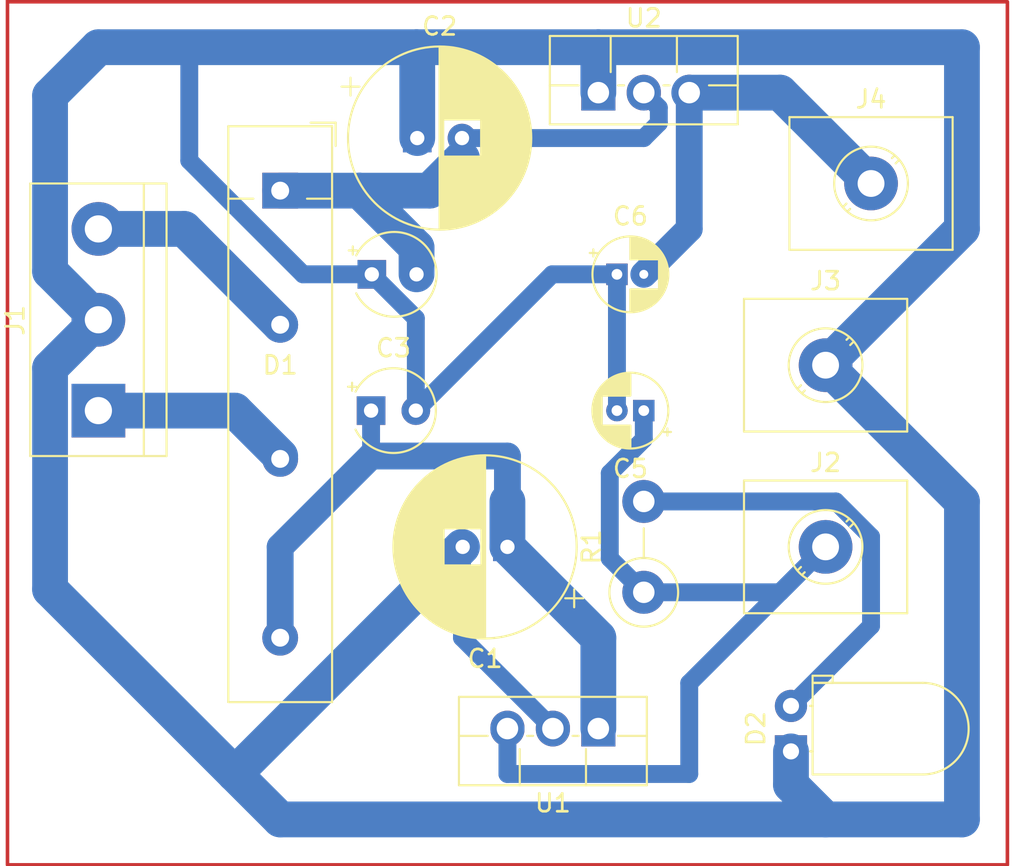
<source format=kicad_pcb>
(kicad_pcb (version 20221018) (generator pcbnew)
  (layers (0 "F.Cu" signal) (31 "B.Cu" signal) (34 "B.Paste" user) (35 "F.Paste" user) (36 "B.SilkS" user "B.Silkscreen") (37 "F.SilkS" user "F.Silkscreen") (38 "B.Mask" user) (39 "F.Mask" user) (44 "Edge.Cuts" user))
  (net 0 "")
  (net 1 "Net-(D1-+)")
  (net 2 "Net-(D1--)")
  (net 3 "+15V")
  (net 4 "-15V")
  (net 5 "Net-(J1-Pin_1)")
  (net 6 "Net-(D2-A)")
  (net 7 "GND")
  (net 8 "Net-(J1-Pin_3)")
  (footprint "Capacitor_THT:CP_Radial_D4.0mm_P1.50mm" (layer "F.Cu") (at 121.92 76.2 180)
    (fp_text reference "C5" (at 0.75 -3.25) (layer "F.SilkS"))
    (fp_text value "1uF")
    (pad "1" thru_hole rect (at 0 0 180) (size 1.2 1.2) (drill 0.6) (layers "*.Cu" "*.Mask") (net 3 "+15V"))
    (pad "2" thru_hole circle (at 1.5 0 180) (size 1.2 1.2) (drill 0.6) (layers "*.Cu" "*.Mask") (net 7 "GND"))
  )
  (footprint "Package_TO_SOT_THT:TO-220F-3_Vertical" (layer "F.Cu") (at 119.38 93.98 180)
    (fp_text reference "U1" (at 2.54 -4.1675) (layer "F.SilkS"))
    (fp_text value "uA7815")
    (pad "1" thru_hole rect (at 0 0 180) (size 1.905 2) (drill 1.2) (layers "*.Cu" "*.Mask") (net 1 "Net-(D1-+)"))
    (pad "2" thru_hole oval (at 2.54 0 180) (size 1.905 2) (drill 1.2) (layers "*.Cu" "*.Mask") (net 7 "GND"))
    (pad "3" thru_hole oval (at 5.08 0 180) (size 1.905 2) (drill 1.2) (layers "*.Cu" "*.Mask") (net 3 "+15V"))
  )
  (footprint "Capacitor_THT:CP_Radial_Tantal_D4.5mm_P2.50mm" (layer "F.Cu") (at 106.72 68.58)
    (fp_text reference "C4" hide)
    (fp_text value "100n")
    (pad "1" thru_hole rect (at 0 0) (size 1.6 1.6) (drill 0.8) (layers "*.Cu" "*.Mask") (net 7 "GND"))
    (pad "2" thru_hole circle (at 2.5 0) (size 1.6 1.6) (drill 0.8) (layers "*.Cu" "*.Mask") (net 2 "Net-(D1--)"))
  )
  (footprint "Capacitor_THT:CP_Radial_Tantal_D4.5mm_P2.50mm" (layer "F.Cu") (at 106.68 76.2)
    (fp_text reference "C3" (at 1.25 -3.5) (layer "F.SilkS"))
    (fp_text value "100n")
    (pad "1" thru_hole rect (at 0 0) (size 1.6 1.6) (drill 0.8) (layers "*.Cu" "*.Mask") (net 1 "Net-(D1-+)"))
    (pad "2" thru_hole circle (at 2.5 0) (size 1.6 1.6) (drill 0.8) (layers "*.Cu" "*.Mask") (net 7 "GND"))
  )
  (footprint "Capacitor_THT:CP_Radial_D10.0mm_P2.50mm" (layer "F.Cu") (at 114.3 83.82 180)
    (fp_text reference "C1" (at 1.25 -6.25) (layer "F.SilkS"))
    (fp_text value "470uF")
    (pad "1" thru_hole rect (at 0 0 180) (size 1.6 1.6) (drill 0.8) (layers "*.Cu" "*.Mask") (net 1 "Net-(D1-+)"))
    (pad "2" thru_hole circle (at 2.5 0 180) (size 1.6 1.6) (drill 0.8) (layers "*.Cu" "*.Mask") (net 7 "GND"))
  )
  (footprint "TerminalBlock:TerminalBlock_bornier-3_P5.08mm" (layer "F.Cu") (at 91.44 76.2 90)
    (fp_text reference "J1" (at 5.05 -4.65 90) (layer "F.SilkS"))
    (fp_text value "terminal 3 pines")
    (pad "1" thru_hole rect (at 0 0 90) (size 3 3) (drill 1.52) (layers "*.Cu" "*.Mask") (net 5 "Net-(J1-Pin_1)"))
    (pad "2" thru_hole circle (at 5.08 0 90) (size 3 3) (drill 1.52) (layers "*.Cu" "*.Mask") (net 7 "GND"))
    (pad "3" thru_hole circle (at 10.16 0 90) (size 3 3) (drill 1.52) (layers "*.Cu" "*.Mask") (net 8 "Net-(J1-Pin_3)"))
  )
  (footprint "TerminalBlock_MetzConnect:TerminalBlock_MetzConnect_360271_1x01_Horizontal_ScrewM3.0_Boxed" (layer "F.Cu") (at 132.08 83.82)
    (fp_text reference "J2" (at 0 -4.71) (layer "F.SilkS"))
    (fp_text value "Screw_Terminal_01x01")
    (pad "1" thru_hole circle (at 0 0) (size 3 3) (drill 1.5) (layers "*.Cu" "*.Mask") (net 3 "+15V"))
  )
  (footprint "TerminalBlock_MetzConnect:TerminalBlock_MetzConnect_360271_1x01_Horizontal_ScrewM3.0_Boxed" (layer "F.Cu") (at 132.08 73.66)
    (fp_text reference "J3" (at 0 -4.71) (layer "F.SilkS"))
    (fp_text value "Screw_Terminal_01x01")
    (pad "1" thru_hole circle (at 0 0) (size 3 3) (drill 1.5) (layers "*.Cu" "*.Mask") (net 7 "GND"))
  )
  (footprint "Resistor_THT:R_Axial_DIN0411_L9.9mm_D3.6mm_P5.08mm_Vertical" (layer "F.Cu") (at 121.92 86.36 90)
    (fp_text reference "R1" (at 2.54 -2.92 90) (layer "F.SilkS"))
    (fp_text value "220")
    (pad "1" thru_hole circle (at 0 0 90) (size 2.4 2.4) (drill 1.2) (layers "*.Cu" "*.Mask") (net 3 "+15V"))
    (pad "2" thru_hole oval (at 5.08 0 90) (size 2.4 2.4) (drill 1.2) (layers "*.Cu" "*.Mask") (net 6 "Net-(D2-A)"))
  )
  (footprint "LED_THT:LED_D5.0mm_Horizontal_O1.27mm_Z3.0mm" (layer "F.Cu") (at 130.145 95.255 90)
    (fp_text reference "D2" (at 1.27 -1.96 90) (layer "F.SilkS"))
    (fp_text value "LED")
    (pad "1" thru_hole rect (at 0 0 90) (size 1.8 1.8) (drill 0.9) (layers "*.Cu" "*.Mask") (net 7 "GND"))
    (pad "2" thru_hole circle (at 2.54 0 90) (size 1.8 1.8) (drill 0.9) (layers "*.Cu" "*.Mask") (net 6 "Net-(D2-A)"))
  )
  (footprint "Package_TO_SOT_THT:TO-220F-3_Vertical" (layer "F.Cu") (at 119.38 58.42)
    (fp_text reference "U2" (at 2.54 -4.1675) (layer "F.SilkS"))
    (fp_text value "L7915")
    (pad "1" thru_hole rect (at 0 0) (size 1.905 2) (drill 1.2) (layers "*.Cu" "*.Mask") (net 7 "GND"))
    (pad "2" thru_hole oval (at 2.54 0) (size 1.905 2) (drill 1.2) (layers "*.Cu" "*.Mask") (net 2 "Net-(D1--)"))
    (pad "3" thru_hole oval (at 5.08 0) (size 1.905 2) (drill 1.2) (layers "*.Cu" "*.Mask") (net 4 "-15V"))
  )
  (footprint "Capacitor_THT:CP_Radial_D4.0mm_P1.50mm" (layer "F.Cu") (at 120.42 68.58)
    (fp_text reference "C6" (at 0.75 -3.25) (layer "F.SilkS"))
    (fp_text value "1uF")
    (pad "1" thru_hole rect (at 0 0) (size 1.2 1.2) (drill 0.6) (layers "*.Cu" "*.Mask") (net 7 "GND"))
    (pad "2" thru_hole circle (at 1.5 0) (size 1.2 1.2) (drill 0.5) (layers "*.Cu" "*.Mask") (net 4 "-15V"))
  )
  (footprint "Diode_THT:Diode_Bridge_32.0x5.6x17.0mm_P10.0mm_P7.5mm" (layer "F.Cu") (at 101.6 63.9 -90)
    (fp_text reference "D1" (at 9.76 0 -180) (layer "F.SilkS"))
    (fp_text value "B40C3x00-2200A")
    (pad "1" thru_hole rect (at 0 0 270) (size 2 2) (drill 1) (layers "*.Cu" "*.Mask") (net 2 "Net-(D1--)"))
    (pad "2" thru_hole circle (at 7.5 0 270) (size 2 2) (drill 1) (layers "*.Cu" "*.Mask") (net 8 "Net-(J1-Pin_3)"))
    (pad "3" thru_hole circle (at 15 0 270) (size 2 2) (drill 1) (layers "*.Cu" "*.Mask") (net 5 "Net-(J1-Pin_1)"))
    (pad "4" thru_hole circle (at 25 0 270) (size 2 2) (drill 1) (layers "*.Cu" "*.Mask") (net 1 "Net-(D1-+)"))
  )
  (footprint "TerminalBlock_MetzConnect:TerminalBlock_MetzConnect_360271_1x01_Horizontal_ScrewM3.0_Boxed" (layer "F.Cu") (at 134.62 63.5)
    (fp_text reference "J4" (at 0 -4.71) (layer "F.SilkS"))
    (fp_text value "Screw_Terminal_01x01")
    (pad "1" thru_hole circle (at 0 0) (size 3 3) (drill 1.5) (layers "*.Cu" "*.Mask") (net 4 "-15V"))
  )
  (footprint "Capacitor_THT:CP_Radial_D10.0mm_P2.50mm" (layer "F.Cu") (at 109.26 60.96)
    (fp_text reference "C2" (at 1.25 -6.25) (layer "F.SilkS"))
    (fp_text value "470uF")
    (pad "1" thru_hole rect (at 0 0) (size 1.6 1.6) (drill 0.8) (layers "*.Cu" "*.Mask") (net 7 "GND"))
    (pad "2" thru_hole circle (at 2.5 0) (size 1.6 1.6) (drill 0.8) (layers "*.Cu" "*.Mask") (net 2 "Net-(D1--)"))
  )
  (gr_rect (start 86.36 53.34) (end 142.24 101.6) (stroke (width 0.2)) (fill none) (layer "F.Cu"))
  (segment (start 114.3 83.82) (end 114.3 81.28) (width 2) (layer "B.Cu") (net 1))
  (segment (start 119.38 88.9) (end 119.38 93.98) (width 2) (layer "B.Cu") (net 1))
  (segment (start 101.6 88.9) (end 101.6 83.82) (width 1.5) (layer "B.Cu") (net 1))
  (segment (start 114.3 83.82) (end 119.38 88.9) (width 2) (layer "B.Cu") (net 1))
  (segment (start 101.6 83.82) (end 106.68 78.74) (width 1.5) (layer "B.Cu") (net 1))
  (segment (start 106.68 76.2) (end 106.68 78.74) (width 1) (layer "B.Cu") (net 1))
  (segment (start 114.3 78.74) (end 114.3 81.28) (width 1.5) (layer "B.Cu") (net 1))
  (segment (start 106.68 78.74) (end 114.3 78.74) (width 1.5) (layer "B.Cu") (net 1))
  (segment (start 122.76 60.12) (end 122.76 59.26) (width 1) (layer "B.Cu") (net 2))
  (segment (start 106.04 63.9) (end 101.6 63.9) (width 2) (layer "B.Cu") (net 2))
  (segment (start 109.22 68.58) (end 109.22 67.08) (width 2) (layer "B.Cu") (net 2))
  (segment (start 111.76 62.09137) (end 109.95137 63.9) (width 2) (layer "B.Cu") (net 2))
  (segment (start 111.76 60.96) (end 121.92 60.96) (width 1) (layer "B.Cu") (net 2))
  (segment (start 121.92 60.96) (end 122.76 60.12) (width 1) (layer "B.Cu") (net 2))
  (segment (start 109.95137 63.9) (end 106.04 63.9) (width 2) (layer "B.Cu") (net 2))
  (segment (start 109.22 67.08) (end 106.04 63.9) (width 2) (layer "B.Cu") (net 2))
  (segment (start 111.76 60.96) (end 111.76 62.09137) (width 1) (layer "B.Cu") (net 2))
  (segment (start 122.76 59.26) (end 121.92 58.42) (width 1) (layer "B.Cu") (net 2))
  (segment (start 114.3 96.52) (end 124.46 96.52) (width 1) (layer "B.Cu") (net 3))
  (segment (start 120.02 84.46) (end 121.92 86.36) (width 1) (layer "B.Cu") (net 3))
  (segment (start 124.46 96.52) (end 124.46 91.44) (width 1) (layer "B.Cu") (net 3))
  (segment (start 129.54 86.36) (end 132.08 83.82) (width 1) (layer "B.Cu") (net 3))
  (segment (start 124.46 91.44) (end 132.08 83.82) (width 1) (layer "B.Cu") (net 3))
  (segment (start 121.92 77.8) (end 120.02 79.7) (width 1) (layer "B.Cu") (net 3))
  (segment (start 121.92 76.2) (end 121.92 77.8) (width 1) (layer "B.Cu") (net 3))
  (segment (start 121.92 86.36) (end 129.54 86.36) (width 1) (layer "B.Cu") (net 3))
  (segment (start 114.3 93.98) (end 114.3 96.52) (width 1) (layer "B.Cu") (net 3))
  (segment (start 120.02 79.7) (end 120.02 84.46) (width 1) (layer "B.Cu") (net 3))
  (segment (start 121.92 68.58) (end 124.46 66.04) (width 1.5) (layer "B.Cu") (net 4))
  (segment (start 124.46 58.42) (end 129.54 58.42) (width 2) (layer "B.Cu") (net 4))
  (segment (start 124.46 66.04) (end 124.46 58.42) (width 1.5) (layer "B.Cu") (net 4))
  (segment (start 129.54 58.42) (end 134.62 63.5) (width 2) (layer "B.Cu") (net 4))
  (segment (start 91.44 76.2) (end 99.06 76.2) (width 2) (layer "B.Cu") (net 5))
  (segment (start 99.06 76.2) (end 101.6 78.74) (width 2) (layer "B.Cu") (net 5))
  (segment (start 121.92 81.28) (end 132.65127 81.28) (width 1) (layer "B.Cu") (net 6))
  (segment (start 134.62 88.24) (end 130.145 92.715) (width 1) (layer "B.Cu") (net 6))
  (segment (start 132.65127 81.28) (end 134.62 83.24873) (width 1) (layer "B.Cu") (net 6))
  (segment (start 134.62 83.24873) (end 134.62 88.24) (width 1) (layer "B.Cu") (net 6))
  (segment (start 109.26 55.92) (end 109.22 55.88) (width 2) (layer "B.Cu") (net 7))
  (segment (start 132.08 73.66) (end 139.7 81.28) (width 2) (layer "B.Cu") (net 7))
  (segment (start 139.7 66.04) (end 132.08 73.66) (width 2) (layer "B.Cu") (net 7))
  (segment (start 99.06 96.52) (end 88.74 86.2) (width 2) (layer "B.Cu") (net 7))
  (segment (start 88.74 73.82) (end 91.44 71.12) (width 2) (layer "B.Cu") (net 7))
  (segment (start 116.8 68.58) (end 109.18 76.2) (width 1) (layer "B.Cu") (net 7))
  (segment (start 91.44 55.88) (end 109.22 55.88) (width 2) (layer "B.Cu") (net 7))
  (segment (start 119.38 55.88) (end 139.7 55.88) (width 2) (layer "B.Cu") (net 7))
  (segment (start 102.88 68.58) (end 96.52 62.22) (width 1) (layer "B.Cu") (net 7))
  (segment (start 120.42 68.58) (end 116.8 68.58) (width 1) (layer "B.Cu") (net 7))
  (segment (start 139.7 81.28) (end 139.7 99.06) (width 2) (layer "B.Cu") (net 7))
  (segment (start 96.52 62.22) (end 96.52 55.88) (width 1) (layer "B.Cu") (net 7))
  (segment (start 111.76 88.9) (end 111.76 83.82) (width 1) (layer "B.Cu") (net 7))
  (segment (start 109.26 60.96) (end 109.26 55.92) (width 2) (layer "B.Cu") (net 7))
  (segment (start 106.72 68.58) (end 102.88 68.58) (width 1) (layer "B.Cu") (net 7))
  (segment (start 116.84 93.98) (end 111.76 88.9) (width 1) (layer "B.Cu") (net 7))
  (segment (start 99.06 96.52) (end 111.76 83.82) (width 2) (layer "B.Cu") (net 7))
  (segment (start 88.74 86.2) (end 88.74 73.82) (width 2) (layer "B.Cu") (net 7))
  (segment (start 119.38 58.42) (end 119.38 55.88) (width 2) (layer "B.Cu") (net 7))
  (segment (start 130.145 97.125) (end 132.08 99.06) (width 2) (layer "B.Cu") (net 7))
  (segment (start 101.6 99.06) (end 99.06 96.52) (width 2) (layer "B.Cu") (net 7))
  (segment (start 91.44 71.12) (end 88.74 68.42) (width 2) (layer "B.Cu") (net 7))
  (segment (start 120.42 68.58) (end 120.42 76.2) (width 1) (layer "B.Cu") (net 7))
  (segment (start 106.72 68.58) (end 109.18 71.04) (width 1) (layer "B.Cu") (net 7))
  (segment (start 130.145 95.255) (end 130.145 97.125) (width 2) (layer "B.Cu") (net 7))
  (segment (start 139.7 55.88) (end 139.7 66.04) (width 2) (layer "B.Cu") (net 7))
  (segment (start 139.7 99.06) (end 101.6 99.06) (width 2) (layer "B.Cu") (net 7))
  (segment (start 109.18 71.04) (end 109.18 76.2) (width 1) (layer "B.Cu") (net 7))
  (segment (start 109.22 55.88) (end 119.38 55.88) (width 2) (layer "B.Cu") (net 7))
  (segment (start 88.74 58.58) (end 91.44 55.88) (width 2) (layer "B.Cu") (net 7))
  (segment (start 88.74 68.42) (end 88.74 58.58) (width 2) (layer "B.Cu") (net 7))
  (segment (start 96.24 66.04) (end 101.6 71.4) (width 2) (layer "B.Cu") (net 8))
  (segment (start 91.44 66.04) (end 96.24 66.04) (width 2) (layer "B.Cu") (net 8))
)
</source>
